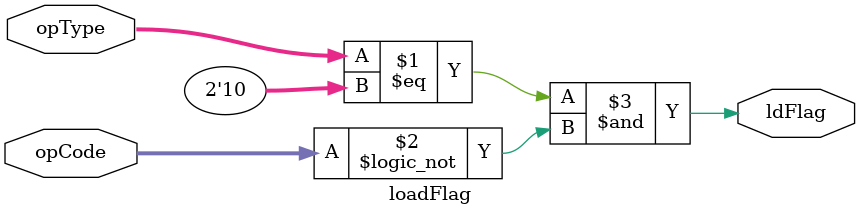
<source format=sv>
module loadFlag(input [1:0] opType,input [3:0] opCode,output logic ldFlag);
	assign ldFlag= (opType==2'b10) & (opCode==4'b0000);

endmodule 
</source>
